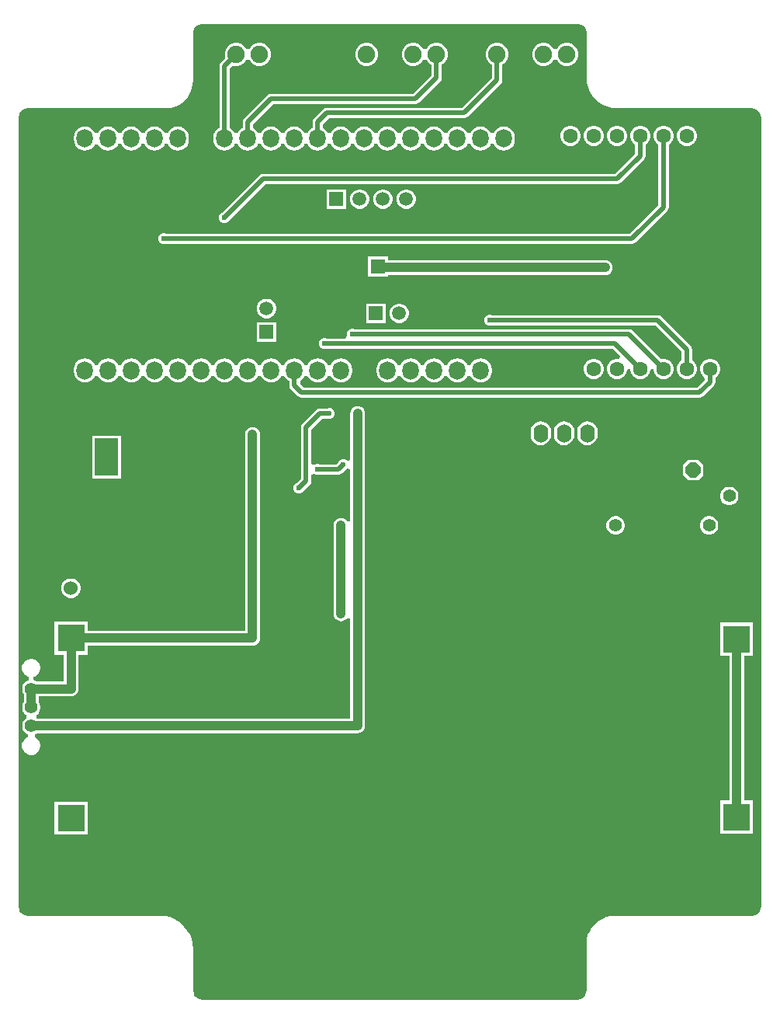
<source format=gbl>
G04*
G04 #@! TF.GenerationSoftware,Altium Limited,Altium Designer,21.9.2 (33)*
G04*
G04 Layer_Physical_Order=2*
G04 Layer_Color=16711680*
%FSTAX24Y24*%
%MOIN*%
G70*
G04*
G04 #@! TF.SameCoordinates,6E6F4FCF-DDBA-4186-BE1C-5EC4A7FB59E6*
G04*
G04*
G04 #@! TF.FilePolarity,Positive*
G04*
G01*
G75*
%ADD17C,0.0197*%
%ADD62C,0.0394*%
%ADD63C,0.0551*%
%ADD64C,0.0630*%
%ADD65C,0.0600*%
%ADD66R,0.1181X0.1181*%
%ADD67C,0.0748*%
%ADD68O,0.0709X0.0787*%
%ADD69O,0.0630X0.0787*%
%ADD70C,0.0591*%
%ADD71R,0.0591X0.0591*%
%ADD72R,0.0630X0.0630*%
%ADD73C,0.0598*%
%ADD74R,0.0598X0.0598*%
%ADD75P,0.0704X8X292.5*%
%ADD76C,0.0650*%
%ADD77R,0.1600X0.1000*%
%ADD78R,0.1000X0.1600*%
%ADD79C,0.0315*%
%ADD80C,0.0236*%
G36*
X036063Y066147D02*
X036063Y066147D01*
X03618Y066125D01*
X036238Y066101D01*
X03631Y066046D01*
X036366Y065973D01*
X03639Y065915D01*
X036412Y065798D01*
X036412Y065798D01*
X036412Y065672D01*
Y063974D01*
X036411Y063848D01*
X036427Y063644D01*
X036475Y063444D01*
X036553Y063254D01*
X036661Y063079D01*
X036794Y062923D01*
X036793Y062922D01*
X036793Y062922D01*
X036793Y062922D01*
X036887Y062843D01*
X036887Y062843D01*
X036948Y062792D01*
X03712Y062686D01*
X037306Y062609D01*
X037502Y062562D01*
X037703Y062546D01*
Y062547D01*
X037703Y062547D01*
X043513D01*
X043513Y062547D01*
X043513Y062547D01*
X043631Y062529D01*
X043713Y062495D01*
X043796Y062431D01*
X04386Y062348D01*
X043893Y062267D01*
X043912Y062148D01*
X043912Y062148D01*
X043912Y062022D01*
Y028298D01*
X043912Y028298D01*
X043912Y028298D01*
X043893Y02818D01*
X04386Y028098D01*
X043796Y028015D01*
X043713Y027952D01*
X043617Y027912D01*
X043518Y027899D01*
X043513Y0279D01*
X037784D01*
X037658Y027901D01*
X037658Y027901D01*
X037455Y027885D01*
X037257Y027837D01*
X037069Y027759D01*
X036895Y027653D01*
X036836Y027602D01*
X036741Y027521D01*
X036741Y027521D01*
X036741Y02752D01*
X036626Y027386D01*
X036534Y027235D01*
X036466Y027072D01*
X036425Y0269D01*
X036411Y026724D01*
X036412D01*
X036412Y026724D01*
Y024698D01*
X036412Y024698D01*
X036412Y024698D01*
X036393Y02458D01*
X03636Y024498D01*
X036296Y024415D01*
X036213Y024352D01*
X036117Y024312D01*
X036018Y024299D01*
X036013Y0243D01*
X019913D01*
X019913Y0243D01*
X019913Y0243D01*
X019913Y0243D01*
X019795Y024318D01*
X019713Y024352D01*
X01963Y024415D01*
X019566Y024498D01*
X019533Y02458D01*
X019514Y024698D01*
X019514Y024824D01*
Y026372D01*
X019515Y026498D01*
X019499Y026703D01*
X019451Y026903D01*
X019373Y027093D01*
X019265Y027268D01*
X019132Y027424D01*
X019132D01*
X019043Y027513D01*
X019039Y027517D01*
X019039Y027517D01*
X018883Y027651D01*
X018707Y027758D01*
X018518Y027837D01*
X018318Y027885D01*
X018113Y027901D01*
Y0279D01*
X012413D01*
X012413Y0279D01*
X012413Y0279D01*
X012413Y0279D01*
X012295Y027918D01*
X012213Y027952D01*
X01213Y028015D01*
X012066Y028098D01*
X012033Y02818D01*
X012014Y028298D01*
X012014Y028424D01*
Y062148D01*
X012014Y062148D01*
X012014Y062148D01*
X012033Y062267D01*
X012066Y062348D01*
X01213Y062431D01*
X012213Y062495D01*
X012295Y062529D01*
X012413Y062547D01*
X012539Y062547D01*
X018213D01*
X018339Y062547D01*
X018515Y062561D01*
X018687Y062602D01*
X01885Y062669D01*
X019001Y062762D01*
X019135Y062876D01*
X019135Y062876D01*
X019135Y062876D01*
X019268Y063031D01*
X019374Y063204D01*
X019452Y063393D01*
X019489Y063549D01*
X019499Y06359D01*
X019506Y063675D01*
X019525Y063793D01*
Y063846D01*
X019525Y063846D01*
X019525D01*
X019514Y063871D01*
X019514Y063888D01*
Y065695D01*
X019516Y065798D01*
X019517Y0658D01*
X019525Y065818D01*
X019544Y065933D01*
X019545Y065937D01*
X01956Y065973D01*
X019616Y066046D01*
X019688Y066101D01*
X019746Y066125D01*
X019863Y066147D01*
X019989Y066147D01*
X036063D01*
X036063Y066147D01*
D02*
G37*
%LPC*%
G36*
X035628Y065341D02*
X035498D01*
X035373Y065307D01*
X035261Y065242D01*
X035169Y065151D01*
X035133Y065087D01*
X034993D01*
X034957Y065151D01*
X034865Y065242D01*
X034753Y065307D01*
X034628Y065341D01*
X034498D01*
X034373Y065307D01*
X034261Y065242D01*
X034169Y065151D01*
X034104Y065038D01*
X034071Y064913D01*
Y064784D01*
X034104Y064658D01*
X034169Y064546D01*
X034261Y064455D01*
X034373Y06439D01*
X034498Y064356D01*
X034628D01*
X034753Y06439D01*
X034865Y064455D01*
X034957Y064546D01*
X034993Y06461D01*
X035133D01*
X035169Y064546D01*
X035261Y064455D01*
X035373Y06439D01*
X035498Y064356D01*
X035628D01*
X035753Y06439D01*
X035865Y064455D01*
X035957Y064546D01*
X036022Y064658D01*
X036055Y064784D01*
Y064913D01*
X036022Y065038D01*
X035957Y065151D01*
X035865Y065242D01*
X035753Y065307D01*
X035628Y065341D01*
D02*
G37*
G36*
X027028D02*
X026898D01*
X026773Y065307D01*
X026661Y065242D01*
X026569Y065151D01*
X026504Y065038D01*
X026471Y064913D01*
Y064784D01*
X026504Y064658D01*
X026569Y064546D01*
X026661Y064455D01*
X026773Y06439D01*
X026898Y064356D01*
X027028D01*
X027153Y06439D01*
X027265Y064455D01*
X027357Y064546D01*
X027422Y064658D01*
X027455Y064784D01*
Y064913D01*
X027422Y065038D01*
X027357Y065151D01*
X027265Y065242D01*
X027153Y065307D01*
X027028Y065341D01*
D02*
G37*
G36*
X032628D02*
X032498D01*
X032373Y065307D01*
X032261Y065242D01*
X032169Y065151D01*
X032104Y065038D01*
X032071Y064913D01*
Y064784D01*
X032104Y064658D01*
X032169Y064546D01*
X032261Y064455D01*
X032342Y064408D01*
Y06384D01*
X031072Y062569D01*
X025263D01*
X025178Y062552D01*
X025107Y062505D01*
X024698Y062096D01*
X024651Y062025D01*
X024634Y06194D01*
Y061702D01*
X024616Y061695D01*
X024518Y061619D01*
X024442Y061521D01*
X024423Y061474D01*
X024286D01*
X024267Y061521D01*
X024192Y061619D01*
X024093Y061695D01*
X023978Y061743D01*
X023855Y061759D01*
X023731Y061743D01*
X023616Y061695D01*
X023518Y061619D01*
X023442Y061521D01*
X023423Y061474D01*
X023286D01*
X023267Y061521D01*
X023192Y061619D01*
X023093Y061695D01*
X022978Y061743D01*
X022855Y061759D01*
X022731Y061743D01*
X022616Y061695D01*
X022518Y061619D01*
X022442Y061521D01*
X022423Y061474D01*
X022286D01*
X022267Y061521D01*
X022192Y061619D01*
X022093Y061695D01*
X022075Y061702D01*
Y061849D01*
X022954Y062728D01*
X029063D01*
X029147Y062744D01*
X029219Y062792D01*
X030119Y063692D01*
X030167Y063764D01*
X030184Y063848D01*
Y064408D01*
X030265Y064455D01*
X030357Y064546D01*
X030422Y064658D01*
X030455Y064784D01*
Y064913D01*
X030422Y065038D01*
X030357Y065151D01*
X030265Y065242D01*
X030153Y065307D01*
X030028Y065341D01*
X029898D01*
X029773Y065307D01*
X029661Y065242D01*
X029569Y065151D01*
X029533Y065087D01*
X029393D01*
X029357Y065151D01*
X029265Y065242D01*
X029153Y065307D01*
X029028Y065341D01*
X028898D01*
X028773Y065307D01*
X028661Y065242D01*
X028569Y065151D01*
X028504Y065038D01*
X028471Y064913D01*
Y064784D01*
X028504Y064658D01*
X028569Y064546D01*
X028661Y064455D01*
X028773Y06439D01*
X028898Y064356D01*
X029028D01*
X029153Y06439D01*
X029265Y064455D01*
X029357Y064546D01*
X029393Y06461D01*
X029533D01*
X029569Y064546D01*
X029661Y064455D01*
X029742Y064408D01*
Y06394D01*
X028972Y063169D01*
X022863D01*
X022778Y063152D01*
X022707Y063105D01*
X021698Y062096D01*
X021651Y062025D01*
X021634Y06194D01*
Y061702D01*
X021616Y061695D01*
X021518Y061619D01*
X021442Y061521D01*
X021423Y061474D01*
X021286D01*
X021267Y061521D01*
X021192Y061619D01*
X021093Y061695D01*
X021075Y061702D01*
Y064249D01*
X021207Y064381D01*
X021298Y064356D01*
X021428D01*
X021553Y06439D01*
X021665Y064455D01*
X021757Y064546D01*
X021793Y06461D01*
X021933D01*
X021969Y064546D01*
X022061Y064455D01*
X022173Y06439D01*
X022298Y064356D01*
X022428D01*
X022553Y06439D01*
X022665Y064455D01*
X022757Y064546D01*
X022822Y064658D01*
X022855Y064784D01*
Y064913D01*
X022822Y065038D01*
X022757Y065151D01*
X022665Y065242D01*
X022553Y065307D01*
X022428Y065341D01*
X022298D01*
X022173Y065307D01*
X022061Y065242D01*
X021969Y065151D01*
X021933Y065087D01*
X021793D01*
X021757Y065151D01*
X021665Y065242D01*
X021553Y065307D01*
X021428Y065341D01*
X021298D01*
X021173Y065307D01*
X021061Y065242D01*
X020969Y065151D01*
X020904Y065038D01*
X020871Y064913D01*
Y064784D01*
X020895Y064693D01*
X020698Y064496D01*
X020651Y064425D01*
X020634Y06434D01*
Y061702D01*
X020616Y061695D01*
X020518Y061619D01*
X020442Y061521D01*
X020394Y061406D01*
X020378Y061282D01*
Y061204D01*
X020394Y06108D01*
X020442Y060965D01*
X020518Y060867D01*
X020616Y060791D01*
X020731Y060743D01*
X020855Y060727D01*
X020978Y060743D01*
X021093Y060791D01*
X021192Y060867D01*
X021267Y060965D01*
X021286Y061012D01*
X021423D01*
X021442Y060965D01*
X021518Y060867D01*
X021616Y060791D01*
X021731Y060743D01*
X021855Y060727D01*
X021978Y060743D01*
X022093Y060791D01*
X022192Y060867D01*
X022267Y060965D01*
X022286Y061012D01*
X022423D01*
X022442Y060965D01*
X022518Y060867D01*
X022616Y060791D01*
X022731Y060743D01*
X022855Y060727D01*
X022978Y060743D01*
X023093Y060791D01*
X023192Y060867D01*
X023267Y060965D01*
X023286Y061012D01*
X023423D01*
X023442Y060965D01*
X023518Y060867D01*
X023616Y060791D01*
X023731Y060743D01*
X023855Y060727D01*
X023978Y060743D01*
X024093Y060791D01*
X024192Y060867D01*
X024267Y060965D01*
X024286Y061012D01*
X024423D01*
X024442Y060965D01*
X024518Y060867D01*
X024616Y060791D01*
X024731Y060743D01*
X024855Y060727D01*
X024978Y060743D01*
X025093Y060791D01*
X025192Y060867D01*
X025267Y060965D01*
X025286Y061012D01*
X025423D01*
X025442Y060965D01*
X025518Y060867D01*
X025616Y060791D01*
X025731Y060743D01*
X025855Y060727D01*
X025978Y060743D01*
X026093Y060791D01*
X026192Y060867D01*
X026267Y060965D01*
X026286Y061012D01*
X026423D01*
X026442Y060965D01*
X026518Y060867D01*
X026616Y060791D01*
X026731Y060743D01*
X026855Y060727D01*
X026978Y060743D01*
X027093Y060791D01*
X027192Y060867D01*
X027267Y060965D01*
X027286Y061012D01*
X027423D01*
X027442Y060965D01*
X027518Y060867D01*
X027616Y060791D01*
X027731Y060743D01*
X027855Y060727D01*
X027978Y060743D01*
X028093Y060791D01*
X028192Y060867D01*
X028267Y060965D01*
X028286Y061012D01*
X028423D01*
X028442Y060965D01*
X028518Y060867D01*
X028616Y060791D01*
X028731Y060743D01*
X028855Y060727D01*
X028978Y060743D01*
X029093Y060791D01*
X029192Y060867D01*
X029267Y060965D01*
X029286Y061012D01*
X029423D01*
X029442Y060965D01*
X029518Y060867D01*
X029616Y060791D01*
X029731Y060743D01*
X029855Y060727D01*
X029978Y060743D01*
X030093Y060791D01*
X030192Y060867D01*
X030267Y060965D01*
X030286Y061012D01*
X030423D01*
X030442Y060965D01*
X030518Y060867D01*
X030616Y060791D01*
X030731Y060743D01*
X030855Y060727D01*
X030978Y060743D01*
X031093Y060791D01*
X031192Y060867D01*
X031267Y060965D01*
X031286Y061012D01*
X031423D01*
X031442Y060965D01*
X031518Y060867D01*
X031616Y060791D01*
X031731Y060743D01*
X031855Y060727D01*
X031978Y060743D01*
X032093Y060791D01*
X032192Y060867D01*
X032267Y060965D01*
X032286Y061012D01*
X032423D01*
X032442Y060965D01*
X032518Y060867D01*
X032616Y060791D01*
X032731Y060743D01*
X032855Y060727D01*
X032978Y060743D01*
X033093Y060791D01*
X033192Y060867D01*
X033267Y060965D01*
X033315Y06108D01*
X033331Y061204D01*
Y061282D01*
X033315Y061406D01*
X033267Y061521D01*
X033192Y061619D01*
X033093Y061695D01*
X032978Y061743D01*
X032855Y061759D01*
X032731Y061743D01*
X032616Y061695D01*
X032518Y061619D01*
X032442Y061521D01*
X032423Y061474D01*
X032286D01*
X032267Y061521D01*
X032192Y061619D01*
X032093Y061695D01*
X031978Y061743D01*
X031855Y061759D01*
X031731Y061743D01*
X031616Y061695D01*
X031518Y061619D01*
X031442Y061521D01*
X031423Y061474D01*
X031286D01*
X031267Y061521D01*
X031192Y061619D01*
X031093Y061695D01*
X030978Y061743D01*
X030855Y061759D01*
X030731Y061743D01*
X030616Y061695D01*
X030518Y061619D01*
X030442Y061521D01*
X030423Y061474D01*
X030286D01*
X030267Y061521D01*
X030192Y061619D01*
X030093Y061695D01*
X029978Y061743D01*
X029855Y061759D01*
X029731Y061743D01*
X029616Y061695D01*
X029518Y061619D01*
X029442Y061521D01*
X029423Y061474D01*
X029286D01*
X029267Y061521D01*
X029192Y061619D01*
X029093Y061695D01*
X028978Y061743D01*
X028855Y061759D01*
X028731Y061743D01*
X028616Y061695D01*
X028518Y061619D01*
X028442Y061521D01*
X028423Y061474D01*
X028286D01*
X028267Y061521D01*
X028192Y061619D01*
X028093Y061695D01*
X027978Y061743D01*
X027855Y061759D01*
X027731Y061743D01*
X027616Y061695D01*
X027518Y061619D01*
X027442Y061521D01*
X027423Y061474D01*
X027286D01*
X027267Y061521D01*
X027192Y061619D01*
X027093Y061695D01*
X026978Y061743D01*
X026855Y061759D01*
X026731Y061743D01*
X026616Y061695D01*
X026518Y061619D01*
X026442Y061521D01*
X026423Y061474D01*
X026286D01*
X026267Y061521D01*
X026192Y061619D01*
X026093Y061695D01*
X025978Y061743D01*
X025855Y061759D01*
X025731Y061743D01*
X025616Y061695D01*
X025518Y061619D01*
X025442Y061521D01*
X025423Y061474D01*
X025286D01*
X025267Y061521D01*
X025192Y061619D01*
X025093Y061695D01*
X025075Y061702D01*
Y061849D01*
X025354Y062128D01*
X031163D01*
X031247Y062144D01*
X031319Y062192D01*
X032719Y063592D01*
X032767Y063664D01*
X032784Y063748D01*
Y064408D01*
X032865Y064455D01*
X032957Y064546D01*
X033022Y064658D01*
X033055Y064784D01*
Y064913D01*
X033022Y065038D01*
X032957Y065151D01*
X032865Y065242D01*
X032753Y065307D01*
X032628Y065341D01*
D02*
G37*
G36*
X018855Y061759D02*
X018731Y061743D01*
X018616Y061695D01*
X018518Y061619D01*
X018442Y061521D01*
X018423Y061474D01*
X018286D01*
X018267Y061521D01*
X018192Y061619D01*
X018093Y061695D01*
X017978Y061743D01*
X017855Y061759D01*
X017731Y061743D01*
X017616Y061695D01*
X017518Y061619D01*
X017442Y061521D01*
X017423Y061474D01*
X017286D01*
X017267Y061521D01*
X017192Y061619D01*
X017093Y061695D01*
X016978Y061743D01*
X016855Y061759D01*
X016731Y061743D01*
X016616Y061695D01*
X016518Y061619D01*
X016442Y061521D01*
X016423Y061474D01*
X016286D01*
X016267Y061521D01*
X016192Y061619D01*
X016093Y061695D01*
X015978Y061743D01*
X015855Y061759D01*
X015731Y061743D01*
X015616Y061695D01*
X015518Y061619D01*
X015442Y061521D01*
X015427Y061484D01*
X01529D01*
X015275Y061521D01*
X015199Y061619D01*
X015101Y061695D01*
X014986Y061743D01*
X014862Y061759D01*
X014739Y061743D01*
X014624Y061695D01*
X014526Y061619D01*
X01445Y061521D01*
X014402Y061406D01*
X014386Y061282D01*
Y061204D01*
X014402Y06108D01*
X01445Y060965D01*
X014526Y060867D01*
X014624Y060791D01*
X014739Y060743D01*
X014862Y060727D01*
X014986Y060743D01*
X015101Y060791D01*
X015199Y060867D01*
X015275Y060965D01*
X01529Y061002D01*
X015427D01*
X015442Y060965D01*
X015518Y060867D01*
X015616Y060791D01*
X015731Y060743D01*
X015855Y060727D01*
X015978Y060743D01*
X016093Y060791D01*
X016192Y060867D01*
X016267Y060965D01*
X016286Y061012D01*
X016423D01*
X016442Y060965D01*
X016518Y060867D01*
X016616Y060791D01*
X016731Y060743D01*
X016855Y060727D01*
X016978Y060743D01*
X017093Y060791D01*
X017192Y060867D01*
X017267Y060965D01*
X017286Y061012D01*
X017423D01*
X017442Y060965D01*
X017518Y060867D01*
X017616Y060791D01*
X017731Y060743D01*
X017855Y060727D01*
X017978Y060743D01*
X018093Y060791D01*
X018192Y060867D01*
X018267Y060965D01*
X018286Y061012D01*
X018423D01*
X018442Y060965D01*
X018518Y060867D01*
X018616Y060791D01*
X018731Y060743D01*
X018855Y060727D01*
X018978Y060743D01*
X019093Y060791D01*
X019192Y060867D01*
X019267Y060965D01*
X019315Y06108D01*
X019331Y061204D01*
Y061282D01*
X019315Y061406D01*
X019267Y061521D01*
X019192Y061619D01*
X019093Y061695D01*
X018978Y061743D01*
X018855Y061759D01*
D02*
G37*
G36*
X040774Y061795D02*
X04066D01*
X04055Y061765D01*
X040451Y061708D01*
X04037Y061628D01*
X040313Y061529D01*
X040284Y061419D01*
Y061305D01*
X040313Y061195D01*
X04037Y061096D01*
X040451Y061015D01*
X04055Y060958D01*
X04066Y060929D01*
X040774D01*
X040884Y060958D01*
X040983Y061015D01*
X041063Y061096D01*
X04112Y061195D01*
X04115Y061305D01*
Y061419D01*
X04112Y061529D01*
X041063Y061628D01*
X040983Y061708D01*
X040884Y061765D01*
X040774Y061795D01*
D02*
G37*
G36*
X037774D02*
X03766D01*
X03755Y061765D01*
X037451Y061708D01*
X03737Y061628D01*
X037313Y061529D01*
X037284Y061419D01*
Y061305D01*
X037313Y061195D01*
X03737Y061096D01*
X037451Y061015D01*
X03755Y060958D01*
X03766Y060929D01*
X037774D01*
X037884Y060958D01*
X037983Y061015D01*
X038063Y061096D01*
X03812Y061195D01*
X03815Y061305D01*
Y061419D01*
X03812Y061529D01*
X038063Y061628D01*
X037983Y061708D01*
X037884Y061765D01*
X037774Y061795D01*
D02*
G37*
G36*
X036774D02*
X03666D01*
X03655Y061765D01*
X036451Y061708D01*
X03637Y061628D01*
X036313Y061529D01*
X036284Y061419D01*
Y061305D01*
X036313Y061195D01*
X03637Y061096D01*
X036451Y061015D01*
X03655Y060958D01*
X03666Y060929D01*
X036774D01*
X036884Y060958D01*
X036983Y061015D01*
X037063Y061096D01*
X03712Y061195D01*
X03715Y061305D01*
Y061419D01*
X03712Y061529D01*
X037063Y061628D01*
X036983Y061708D01*
X036884Y061765D01*
X036774Y061795D01*
D02*
G37*
G36*
X035774D02*
X03566D01*
X03555Y061765D01*
X035451Y061708D01*
X03537Y061628D01*
X035313Y061529D01*
X035284Y061419D01*
Y061305D01*
X035313Y061195D01*
X03537Y061096D01*
X035451Y061015D01*
X03555Y060958D01*
X03566Y060929D01*
X035774D01*
X035884Y060958D01*
X035983Y061015D01*
X036063Y061096D01*
X03612Y061195D01*
X03615Y061305D01*
Y061419D01*
X03612Y061529D01*
X036063Y061628D01*
X035983Y061708D01*
X035884Y061765D01*
X035774Y061795D01*
D02*
G37*
G36*
X028717Y059062D02*
X028609D01*
X028503Y059034D01*
X028409Y058979D01*
X028332Y058902D01*
X028278Y058808D01*
X02825Y058703D01*
Y058594D01*
X028278Y058489D01*
X028332Y058395D01*
X028409Y058318D01*
X028503Y058263D01*
X028609Y058235D01*
X028717D01*
X028823Y058263D01*
X028917Y058318D01*
X028994Y058395D01*
X029048Y058489D01*
X029076Y058594D01*
Y058703D01*
X029048Y058808D01*
X028994Y058902D01*
X028917Y058979D01*
X028823Y059034D01*
X028717Y059062D01*
D02*
G37*
G36*
X027717D02*
X027609D01*
X027503Y059034D01*
X027409Y058979D01*
X027332Y058902D01*
X027278Y058808D01*
X02725Y058703D01*
Y058594D01*
X027278Y058489D01*
X027332Y058395D01*
X027409Y058318D01*
X027503Y058263D01*
X027609Y058235D01*
X027717D01*
X027823Y058263D01*
X027917Y058318D01*
X027994Y058395D01*
X028048Y058489D01*
X028076Y058594D01*
Y058703D01*
X028048Y058808D01*
X027994Y058902D01*
X027917Y058979D01*
X027823Y059034D01*
X027717Y059062D01*
D02*
G37*
G36*
X026717D02*
X026609D01*
X026503Y059034D01*
X026409Y058979D01*
X026332Y058902D01*
X026278Y058808D01*
X02625Y058703D01*
Y058594D01*
X026278Y058489D01*
X026332Y058395D01*
X026409Y058318D01*
X026503Y058263D01*
X026609Y058235D01*
X026717D01*
X026823Y058263D01*
X026917Y058318D01*
X026994Y058395D01*
X027048Y058489D01*
X027076Y058594D01*
Y058703D01*
X027048Y058808D01*
X026994Y058902D01*
X026917Y058979D01*
X026823Y059034D01*
X026717Y059062D01*
D02*
G37*
G36*
X026076D02*
X02525D01*
Y058235D01*
X026076D01*
Y059062D01*
D02*
G37*
G36*
X038774Y061795D02*
X03866D01*
X03855Y061765D01*
X038451Y061708D01*
X03837Y061628D01*
X038313Y061529D01*
X038284Y061419D01*
Y061305D01*
X038313Y061195D01*
X03837Y061096D01*
X038451Y061015D01*
X038496Y060989D01*
Y060594D01*
X037637Y059734D01*
X022528D01*
X022444Y059718D01*
X022372Y05967D01*
X020766Y058064D01*
X020729Y058049D01*
X020663Y057982D01*
X020627Y057895D01*
Y057801D01*
X020663Y057715D01*
X020729Y057648D01*
X020816Y057612D01*
X02091D01*
X020997Y057648D01*
X021063Y057715D01*
X021079Y057752D01*
X02262Y059293D01*
X037728D01*
X037813Y05931D01*
X037884Y059358D01*
X038873Y060346D01*
X038921Y060418D01*
X038938Y060502D01*
Y060989D01*
X038983Y061015D01*
X039063Y061096D01*
X03912Y061195D01*
X03915Y061305D01*
Y061419D01*
X03912Y061529D01*
X039063Y061628D01*
X038983Y061708D01*
X038884Y061765D01*
X038774Y061795D01*
D02*
G37*
G36*
X039774D02*
X03966D01*
X03955Y061765D01*
X039451Y061708D01*
X03937Y061628D01*
X039313Y061529D01*
X039284Y061419D01*
Y061305D01*
X039313Y061195D01*
X03937Y061096D01*
X039451Y061015D01*
X039496Y060989D01*
Y058394D01*
X038272Y057169D01*
X018347D01*
X01831Y057185D01*
X018216D01*
X018129Y057149D01*
X018063Y057082D01*
X018027Y056995D01*
Y056901D01*
X018063Y056815D01*
X018129Y056748D01*
X018216Y056712D01*
X01831D01*
X018347Y056728D01*
X038363D01*
X038447Y056744D01*
X038519Y056792D01*
X039873Y058146D01*
X039921Y058218D01*
X039938Y058302D01*
Y060989D01*
X039983Y061015D01*
X040063Y061096D01*
X04012Y061195D01*
X04015Y061305D01*
Y061419D01*
X04012Y061529D01*
X040063Y061628D01*
X039983Y061708D01*
X039884Y061765D01*
X039774Y061795D01*
D02*
G37*
G36*
X027896Y056182D02*
X02703D01*
Y055315D01*
X027896D01*
Y055386D01*
X037209D01*
X037291Y055396D01*
X037368Y055428D01*
X037433Y055479D01*
X037484Y055544D01*
X037516Y055621D01*
X037526Y055703D01*
X037516Y055786D01*
X037484Y055862D01*
X037433Y055928D01*
X037368Y055978D01*
X037291Y05601D01*
X037209Y056021D01*
X027896D01*
Y056182D01*
D02*
G37*
G36*
X022718Y054366D02*
X022608D01*
X022502Y054337D01*
X022407Y054282D01*
X022329Y054205D01*
X022274Y05411D01*
X022246Y054003D01*
Y053893D01*
X022274Y053787D01*
X022329Y053692D01*
X022407Y053614D01*
X022502Y05356D01*
X022608Y053531D01*
X022718D01*
X022824Y05356D01*
X022919Y053614D01*
X022997Y053692D01*
X023052Y053787D01*
X02308Y053893D01*
Y054003D01*
X023052Y05411D01*
X022997Y054205D01*
X022919Y054282D01*
X022824Y054337D01*
X022718Y054366D01*
D02*
G37*
G36*
X028417Y054162D02*
X028309D01*
X028203Y054134D01*
X028109Y054079D01*
X028032Y054002D01*
X027978Y053908D01*
X02795Y053803D01*
Y053694D01*
X027978Y053589D01*
X028032Y053495D01*
X028109Y053418D01*
X028203Y053363D01*
X028309Y053335D01*
X028417D01*
X028523Y053363D01*
X028617Y053418D01*
X028694Y053495D01*
X028748Y053589D01*
X028776Y053694D01*
Y053803D01*
X028748Y053908D01*
X028694Y054002D01*
X028617Y054079D01*
X028523Y054134D01*
X028417Y054162D01*
D02*
G37*
G36*
X027776D02*
X02695D01*
Y053335D01*
X027776D01*
Y054162D01*
D02*
G37*
G36*
X02641Y053085D02*
X026316D01*
X026229Y053049D01*
X026163Y052982D01*
X026127Y052895D01*
Y052801D01*
X026129Y052795D01*
X026045Y052669D01*
X025247D01*
X02521Y052685D01*
X025116D01*
X025029Y052649D01*
X024963Y052582D01*
X024927Y052495D01*
Y052401D01*
X024963Y052315D01*
X025029Y052248D01*
X025116Y052212D01*
X02521D01*
X025247Y052228D01*
X037539D01*
X037866Y051901D01*
X0378Y051788D01*
X037774Y051795D01*
X03766D01*
X03755Y051765D01*
X037451Y051708D01*
X03737Y051628D01*
X037313Y051529D01*
X037284Y051419D01*
Y051305D01*
X037313Y051195D01*
X03737Y051096D01*
X037451Y051015D01*
X03755Y050958D01*
X03766Y050929D01*
X037774D01*
X037884Y050958D01*
X037983Y051015D01*
X038063Y051096D01*
X03812Y051195D01*
X03815Y051305D01*
Y051326D01*
X038276Y051388D01*
X038284Y051381D01*
Y051305D01*
X038313Y051195D01*
X03837Y051096D01*
X038451Y051015D01*
X03855Y050958D01*
X03866Y050929D01*
X038774D01*
X038884Y050958D01*
X038983Y051015D01*
X039063Y051096D01*
X03912Y051195D01*
X03915Y051305D01*
Y051326D01*
X039276Y051388D01*
X039284Y051381D01*
Y051305D01*
X039313Y051195D01*
X03937Y051096D01*
X039451Y051015D01*
X03955Y050958D01*
X03966Y050929D01*
X039774D01*
X039884Y050958D01*
X039983Y051015D01*
X040063Y051096D01*
X04012Y051195D01*
X04015Y051305D01*
Y051419D01*
X04012Y051529D01*
X040063Y051628D01*
X039983Y051708D01*
X039884Y051765D01*
X039774Y051795D01*
X03966D01*
X039609Y051781D01*
X038386Y053005D01*
X038315Y053052D01*
X03823Y053069D01*
X026447D01*
X02641Y053085D01*
D02*
G37*
G36*
X02308Y053366D02*
X022246D01*
Y052531D01*
X02308D01*
Y053366D01*
D02*
G37*
G36*
X031862Y051814D02*
X031739Y051798D01*
X031624Y05175D01*
X031526Y051674D01*
X03145Y051576D01*
X031431Y051529D01*
X031294D01*
X031275Y051576D01*
X031199Y051674D01*
X031101Y05175D01*
X030986Y051798D01*
X030862Y051814D01*
X030739Y051798D01*
X030624Y05175D01*
X030526Y051674D01*
X03045Y051576D01*
X030431Y051529D01*
X030294D01*
X030275Y051576D01*
X030199Y051674D01*
X030101Y05175D01*
X029986Y051798D01*
X029862Y051814D01*
X029739Y051798D01*
X029624Y05175D01*
X029526Y051674D01*
X02945Y051576D01*
X029431Y051529D01*
X029294D01*
X029275Y051576D01*
X029199Y051674D01*
X029101Y05175D01*
X028986Y051798D01*
X028862Y051814D01*
X028739Y051798D01*
X028624Y05175D01*
X028526Y051674D01*
X02845Y051576D01*
X028431Y051529D01*
X028294D01*
X028275Y051576D01*
X028199Y051674D01*
X028101Y05175D01*
X027986Y051798D01*
X027862Y051814D01*
X027739Y051798D01*
X027624Y05175D01*
X027526Y051674D01*
X02745Y051576D01*
X027402Y051461D01*
X027386Y051337D01*
Y051259D01*
X027402Y051135D01*
X02745Y05102D01*
X027526Y050922D01*
X027624Y050846D01*
X027739Y050798D01*
X027862Y050782D01*
X027986Y050798D01*
X028101Y050846D01*
X028199Y050922D01*
X028275Y05102D01*
X028294Y051067D01*
X028431D01*
X02845Y05102D01*
X028526Y050922D01*
X028624Y050846D01*
X028739Y050798D01*
X028862Y050782D01*
X028986Y050798D01*
X029101Y050846D01*
X029199Y050922D01*
X029275Y05102D01*
X029294Y051067D01*
X029431D01*
X02945Y05102D01*
X029526Y050922D01*
X029624Y050846D01*
X029739Y050798D01*
X029862Y050782D01*
X029986Y050798D01*
X030101Y050846D01*
X030199Y050922D01*
X030275Y05102D01*
X030294Y051067D01*
X030431D01*
X03045Y05102D01*
X030526Y050922D01*
X030624Y050846D01*
X030739Y050798D01*
X030862Y050782D01*
X030986Y050798D01*
X031101Y050846D01*
X031199Y050922D01*
X031275Y05102D01*
X031294Y051067D01*
X031431D01*
X03145Y05102D01*
X031526Y050922D01*
X031624Y050846D01*
X031739Y050798D01*
X031862Y050782D01*
X031986Y050798D01*
X032101Y050846D01*
X032199Y050922D01*
X032275Y05102D01*
X032323Y051135D01*
X032339Y051259D01*
Y051337D01*
X032323Y051461D01*
X032275Y051576D01*
X032199Y051674D01*
X032101Y05175D01*
X031986Y051798D01*
X031862Y051814D01*
D02*
G37*
G36*
X025862D02*
X025739Y051798D01*
X025624Y05175D01*
X025526Y051674D01*
X02545Y051576D01*
X025431Y051529D01*
X025294D01*
X025275Y051576D01*
X025199Y051674D01*
X025101Y05175D01*
X024986Y051798D01*
X024862Y051814D01*
X024739Y051798D01*
X024624Y05175D01*
X024526Y051674D01*
X02445Y051576D01*
X024431Y051529D01*
X024294D01*
X024275Y051576D01*
X024199Y051674D01*
X024101Y05175D01*
X023986Y051798D01*
X023862Y051814D01*
X023739Y051798D01*
X023624Y05175D01*
X023526Y051674D01*
X02345Y051576D01*
X023431Y051529D01*
X023294D01*
X023275Y051576D01*
X023199Y051674D01*
X023101Y05175D01*
X022986Y051798D01*
X022862Y051814D01*
X022739Y051798D01*
X022624Y05175D01*
X022526Y051674D01*
X02245Y051576D01*
X022431Y051529D01*
X022294D01*
X022275Y051576D01*
X022199Y051674D01*
X022101Y05175D01*
X021986Y051798D01*
X021862Y051814D01*
X021739Y051798D01*
X021624Y05175D01*
X021526Y051674D01*
X02145Y051576D01*
X021431Y051529D01*
X021294D01*
X021275Y051576D01*
X021199Y051674D01*
X021101Y05175D01*
X020986Y051798D01*
X020862Y051814D01*
X020739Y051798D01*
X020624Y05175D01*
X020526Y051674D01*
X02045Y051576D01*
X020431Y051529D01*
X020294D01*
X020275Y051576D01*
X020199Y051674D01*
X020101Y05175D01*
X019986Y051798D01*
X019862Y051814D01*
X019739Y051798D01*
X019624Y05175D01*
X019526Y051674D01*
X01945Y051576D01*
X019431Y051529D01*
X019294D01*
X019275Y051576D01*
X019199Y051674D01*
X019101Y05175D01*
X018986Y051798D01*
X018862Y051814D01*
X018739Y051798D01*
X018624Y05175D01*
X018526Y051674D01*
X01845Y051576D01*
X018431Y051529D01*
X018294D01*
X018275Y051576D01*
X018199Y051674D01*
X018101Y05175D01*
X017986Y051798D01*
X017862Y051814D01*
X017739Y051798D01*
X017624Y05175D01*
X017526Y051674D01*
X01745Y051576D01*
X017431Y051529D01*
X017294D01*
X017275Y051576D01*
X017199Y051674D01*
X017101Y05175D01*
X016986Y051798D01*
X016862Y051814D01*
X016739Y051798D01*
X016624Y05175D01*
X016526Y051674D01*
X01645Y051576D01*
X016431Y051529D01*
X016294D01*
X016275Y051576D01*
X016199Y051674D01*
X016101Y05175D01*
X015986Y051798D01*
X015862Y051814D01*
X015739Y051798D01*
X015624Y05175D01*
X015526Y051674D01*
X01545Y051576D01*
X015431Y051529D01*
X015294D01*
X015275Y051576D01*
X015199Y051674D01*
X015101Y05175D01*
X014986Y051798D01*
X014862Y051814D01*
X014739Y051798D01*
X014624Y05175D01*
X014526Y051674D01*
X01445Y051576D01*
X014402Y051461D01*
X014386Y051337D01*
Y051259D01*
X014402Y051135D01*
X01445Y05102D01*
X014526Y050922D01*
X014624Y050846D01*
X014739Y050798D01*
X014862Y050782D01*
X014986Y050798D01*
X015101Y050846D01*
X015199Y050922D01*
X015275Y05102D01*
X015294Y051067D01*
X015431D01*
X01545Y05102D01*
X015526Y050922D01*
X015624Y050846D01*
X015739Y050798D01*
X015862Y050782D01*
X015986Y050798D01*
X016101Y050846D01*
X016199Y050922D01*
X016275Y05102D01*
X016294Y051067D01*
X016431D01*
X01645Y05102D01*
X016526Y050922D01*
X016624Y050846D01*
X016739Y050798D01*
X016862Y050782D01*
X016986Y050798D01*
X017101Y050846D01*
X017199Y050922D01*
X017275Y05102D01*
X017294Y051067D01*
X017431D01*
X01745Y05102D01*
X017526Y050922D01*
X017624Y050846D01*
X017739Y050798D01*
X017862Y050782D01*
X017986Y050798D01*
X018101Y050846D01*
X018199Y050922D01*
X018275Y05102D01*
X018294Y051067D01*
X018431D01*
X01845Y05102D01*
X018526Y050922D01*
X018624Y050846D01*
X018739Y050798D01*
X018862Y050782D01*
X018986Y050798D01*
X019101Y050846D01*
X019199Y050922D01*
X019275Y05102D01*
X019294Y051067D01*
X019431D01*
X01945Y05102D01*
X019526Y050922D01*
X019624Y050846D01*
X019739Y050798D01*
X019862Y050782D01*
X019986Y050798D01*
X020101Y050846D01*
X020199Y050922D01*
X020275Y05102D01*
X020294Y051067D01*
X020431D01*
X02045Y05102D01*
X020526Y050922D01*
X020624Y050846D01*
X020739Y050798D01*
X020862Y050782D01*
X020986Y050798D01*
X021101Y050846D01*
X021199Y050922D01*
X021275Y05102D01*
X021294Y051067D01*
X021431D01*
X02145Y05102D01*
X021526Y050922D01*
X021624Y050846D01*
X021739Y050798D01*
X021862Y050782D01*
X021986Y050798D01*
X022101Y050846D01*
X022199Y050922D01*
X022275Y05102D01*
X022294Y051067D01*
X022431D01*
X02245Y05102D01*
X022526Y050922D01*
X022624Y050846D01*
X022739Y050798D01*
X022862Y050782D01*
X022986Y050798D01*
X023101Y050846D01*
X023199Y050922D01*
X023275Y05102D01*
X023294Y051067D01*
X023431D01*
X02345Y05102D01*
X023526Y050922D01*
X023624Y050846D01*
X023642Y050839D01*
Y050649D01*
X023658Y050564D01*
X023706Y050493D01*
X024007Y050192D01*
X024079Y050144D01*
X024163Y050128D01*
X041263D01*
X041347Y050144D01*
X041419Y050192D01*
X041873Y050646D01*
X041921Y050718D01*
X041938Y050802D01*
Y050989D01*
X041983Y051015D01*
X042063Y051096D01*
X04212Y051195D01*
X04215Y051305D01*
Y051419D01*
X04212Y051529D01*
X042063Y051628D01*
X041983Y051708D01*
X041884Y051765D01*
X041774Y051795D01*
X04166D01*
X04155Y051765D01*
X041451Y051708D01*
X04137Y051628D01*
X041313Y051529D01*
X041284Y051419D01*
Y051305D01*
X041313Y051195D01*
X04137Y051096D01*
X041451Y051015D01*
X041465Y051007D01*
X041477Y050874D01*
X041172Y050569D01*
X024254D01*
X024101Y050722D01*
X024101Y050749D01*
X024112Y050855D01*
X024199Y050922D01*
X024275Y05102D01*
X024294Y051067D01*
X024431D01*
X02445Y05102D01*
X024526Y050922D01*
X024624Y050846D01*
X024739Y050798D01*
X024862Y050782D01*
X024986Y050798D01*
X025101Y050846D01*
X025199Y050922D01*
X025275Y05102D01*
X025294Y051067D01*
X025431D01*
X02545Y05102D01*
X025526Y050922D01*
X025624Y050846D01*
X025739Y050798D01*
X025862Y050782D01*
X025986Y050798D01*
X026101Y050846D01*
X026199Y050922D01*
X026275Y05102D01*
X026323Y051135D01*
X026339Y051259D01*
Y051337D01*
X026323Y051461D01*
X026275Y051576D01*
X026199Y051674D01*
X026101Y05175D01*
X025986Y051798D01*
X025862Y051814D01*
D02*
G37*
G36*
X03231Y053685D02*
X032216D01*
X032129Y053649D01*
X032063Y053582D01*
X032027Y053495D01*
Y053401D01*
X032063Y053315D01*
X032129Y053248D01*
X032216Y053212D01*
X03231D01*
X032347Y053228D01*
X039372D01*
X040496Y052103D01*
Y051734D01*
X040451Y051708D01*
X04037Y051628D01*
X040313Y051529D01*
X040284Y051419D01*
Y051305D01*
X040313Y051195D01*
X04037Y051096D01*
X040451Y051015D01*
X04055Y050958D01*
X04066Y050929D01*
X040774D01*
X040884Y050958D01*
X040983Y051015D01*
X041063Y051096D01*
X04112Y051195D01*
X04115Y051305D01*
Y051419D01*
X04112Y051529D01*
X041063Y051628D01*
X040983Y051708D01*
X040938Y051734D01*
Y052195D01*
X040921Y052279D01*
X040873Y052351D01*
X039619Y053605D01*
X039547Y053652D01*
X039463Y053669D01*
X032347D01*
X03231Y053685D01*
D02*
G37*
G36*
X036774Y051795D02*
X03666D01*
X03655Y051765D01*
X036451Y051708D01*
X03637Y051628D01*
X036313Y051529D01*
X036284Y051419D01*
Y051305D01*
X036313Y051195D01*
X03637Y051096D01*
X036451Y051015D01*
X03655Y050958D01*
X03666Y050929D01*
X036774D01*
X036884Y050958D01*
X036983Y051015D01*
X037063Y051096D01*
X03712Y051195D01*
X03715Y051305D01*
Y051419D01*
X03712Y051529D01*
X037063Y051628D01*
X036983Y051708D01*
X036884Y051765D01*
X036774Y051795D01*
D02*
G37*
G36*
X02658Y049769D02*
X026498Y049758D01*
X026422Y049726D01*
X026356Y049676D01*
X026305Y04961D01*
X026274Y049533D01*
X026263Y049451D01*
Y047447D01*
X026259Y047445D01*
X026137Y047409D01*
X026097Y047449D01*
X02601Y047485D01*
X025916D01*
X025829Y047449D01*
X025763Y047382D01*
X025747Y047345D01*
X025672Y047269D01*
X024947D01*
X02491Y047285D01*
X024816D01*
X024729Y047249D01*
X02471Y047229D01*
X024584Y047281D01*
Y048757D01*
X025054Y049228D01*
X025279D01*
X025316Y049212D01*
X02541D01*
X025497Y049248D01*
X025563Y049315D01*
X025599Y049401D01*
Y049495D01*
X025563Y049582D01*
X025497Y049649D01*
X02541Y049685D01*
X025316D01*
X025279Y049669D01*
X024963D01*
X024878Y049652D01*
X024807Y049605D01*
X024207Y049005D01*
X024159Y048933D01*
X024142Y048848D01*
Y04664D01*
X023966Y046464D01*
X023929Y046449D01*
X023863Y046382D01*
X023827Y046295D01*
Y046201D01*
X023863Y046115D01*
X023929Y046048D01*
X024016Y046012D01*
X02411D01*
X024197Y046048D01*
X024263Y046115D01*
X024279Y046152D01*
X024519Y046392D01*
X024567Y046464D01*
X024584Y046548D01*
Y046815D01*
X02471Y046868D01*
X024729Y046848D01*
X024816Y046812D01*
X02491D01*
X024947Y046828D01*
X025763D01*
X025847Y046844D01*
X025919Y046892D01*
X02606Y047033D01*
X026097Y047048D01*
X026137Y047088D01*
X026259Y047052D01*
X026263Y04705D01*
Y044835D01*
X026142Y044808D01*
X026137Y044809D01*
X026088Y044873D01*
X026022Y044924D01*
X025945Y044955D01*
X025863Y044966D01*
X025781Y044955D01*
X025704Y044924D01*
X025638Y044873D01*
X025588Y044807D01*
X025556Y044731D01*
X025545Y044648D01*
Y040848D01*
X025556Y040766D01*
X025588Y04069D01*
X025638Y040624D01*
X025704Y040573D01*
X025781Y040542D01*
X025863Y040531D01*
X025945Y040542D01*
X026022Y040573D01*
X026088Y040624D01*
X026137Y040688D01*
X026142Y040689D01*
X026263Y040661D01*
Y036366D01*
X0128D01*
X012789Y036372D01*
Y036518D01*
X012805Y036527D01*
X012878Y0366D01*
X01293Y03669D01*
X012957Y03679D01*
Y036894D01*
X01293Y036994D01*
X012881Y037079D01*
Y037317D01*
X014272D01*
X014354Y037328D01*
X014431Y03736D01*
X014496Y03741D01*
X014547Y037476D01*
X014579Y037553D01*
X014589Y037635D01*
Y039098D01*
X01498D01*
Y039489D01*
X022063D01*
X022145Y0395D01*
X022222Y039532D01*
X022288Y039582D01*
X022338Y039648D01*
X02237Y039724D01*
X022381Y039807D01*
Y048548D01*
X02237Y048631D01*
X022338Y048707D01*
X022288Y048773D01*
X022222Y048824D01*
X022145Y048855D01*
X022063Y048866D01*
X021981Y048855D01*
X021904Y048824D01*
X021838Y048773D01*
X021788Y048707D01*
X021756Y048631D01*
X021745Y048548D01*
Y040124D01*
X01498D01*
Y040515D01*
X013563D01*
Y039098D01*
X013954D01*
Y037953D01*
X0128D01*
X012715Y038002D01*
X012663Y038016D01*
Y038146D01*
X012707Y038158D01*
X012797Y03821D01*
X01287Y038283D01*
X012922Y038373D01*
X012949Y038473D01*
Y038577D01*
X012922Y038677D01*
X01287Y038767D01*
X012797Y03884D01*
X012707Y038892D01*
X012607Y038919D01*
X012503D01*
X012403Y038892D01*
X012313Y03884D01*
X01224Y038767D01*
X012188Y038677D01*
X012161Y038577D01*
Y038473D01*
X012188Y038373D01*
X01224Y038283D01*
X012313Y03821D01*
X012403Y038158D01*
X012455Y038144D01*
Y038014D01*
X012411Y038002D01*
X012321Y03795D01*
X012248Y037877D01*
X012196Y037787D01*
X012169Y037687D01*
Y037583D01*
X012196Y037483D01*
X012245Y037398D01*
Y037079D01*
X012196Y036994D01*
X012169Y036894D01*
Y03679D01*
X012196Y03669D01*
X012248Y0366D01*
X012321Y036527D01*
X012337Y036518D01*
Y036372D01*
X012321Y036363D01*
X012248Y03629D01*
X012196Y0362D01*
X012169Y0361D01*
Y035997D01*
X012196Y035896D01*
X012248Y035807D01*
X012321Y035733D01*
X012402Y035687D01*
X012409Y035646D01*
X012405Y035581D01*
X012399Y035554D01*
X012313Y035505D01*
X01224Y035432D01*
X012188Y035342D01*
X012161Y035242D01*
Y035138D01*
X012188Y035038D01*
X01224Y034948D01*
X012313Y034875D01*
X012403Y034823D01*
X012503Y034796D01*
X012607D01*
X012707Y034823D01*
X012797Y034875D01*
X01287Y034948D01*
X012922Y035038D01*
X012949Y035138D01*
Y035242D01*
X012922Y035342D01*
X01287Y035432D01*
X012797Y035505D01*
X012717Y035552D01*
X012709Y035593D01*
X012713Y035657D01*
X012719Y035684D01*
X0128Y035731D01*
X02658D01*
X026663Y035742D01*
X026739Y035773D01*
X026805Y035824D01*
X026856Y03589D01*
X026887Y035966D01*
X026898Y036048D01*
Y049451D01*
X026887Y049533D01*
X026856Y04961D01*
X026805Y049676D01*
X026739Y049726D01*
X026663Y049758D01*
X02658Y049769D01*
D02*
G37*
G36*
X036445Y049117D02*
X036332Y049102D01*
X036226Y049059D01*
X036136Y048989D01*
X036066Y048899D01*
X036023Y048793D01*
X036008Y04868D01*
Y048523D01*
X036023Y04841D01*
X036066Y048304D01*
X036136Y048214D01*
X036226Y048145D01*
X036332Y048101D01*
X036445Y048086D01*
X036558Y048101D01*
X036663Y048145D01*
X036754Y048214D01*
X036823Y048304D01*
X036867Y04841D01*
X036882Y048523D01*
Y04868D01*
X036867Y048793D01*
X036823Y048899D01*
X036754Y048989D01*
X036663Y049059D01*
X036558Y049102D01*
X036445Y049117D01*
D02*
G37*
G36*
X035445D02*
X035332Y049102D01*
X035226Y049059D01*
X035136Y048989D01*
X035066Y048899D01*
X035023Y048793D01*
X035008Y04868D01*
Y048523D01*
X035023Y04841D01*
X035066Y048304D01*
X035136Y048214D01*
X035226Y048145D01*
X035332Y048101D01*
X035445Y048086D01*
X035558Y048101D01*
X035663Y048145D01*
X035754Y048214D01*
X035823Y048304D01*
X035867Y04841D01*
X035882Y048523D01*
Y04868D01*
X035867Y048793D01*
X035823Y048899D01*
X035754Y048989D01*
X035663Y049059D01*
X035558Y049102D01*
X035445Y049117D01*
D02*
G37*
G36*
X034445D02*
X034332Y049102D01*
X034226Y049059D01*
X034136Y048989D01*
X034066Y048899D01*
X034023Y048793D01*
X034008Y04868D01*
Y048523D01*
X034023Y04841D01*
X034066Y048304D01*
X034136Y048214D01*
X034226Y048145D01*
X034332Y048101D01*
X034445Y048086D01*
X034558Y048101D01*
X034663Y048145D01*
X034754Y048214D01*
X034823Y048304D01*
X034867Y04841D01*
X034882Y048523D01*
Y04868D01*
X034867Y048793D01*
X034823Y048899D01*
X034754Y048989D01*
X034663Y049059D01*
X034558Y049102D01*
X034445Y049117D01*
D02*
G37*
G36*
X016409Y048494D02*
X015173D01*
Y046658D01*
X016409D01*
Y048494D01*
D02*
G37*
G36*
X041211Y047459D02*
X040768D01*
X040546Y047237D01*
Y046794D01*
X040768Y046573D01*
X041211D01*
X041432Y046794D01*
Y047237D01*
X041211Y047459D01*
D02*
G37*
G36*
X042589Y046302D02*
X042485D01*
X042385Y046275D01*
X042295Y046223D01*
X042222Y04615D01*
X04217Y04606D01*
X042144Y04596D01*
Y045856D01*
X04217Y045756D01*
X042222Y045666D01*
X042295Y045593D01*
X042385Y045541D01*
X042485Y045515D01*
X042589D01*
X042689Y045541D01*
X042779Y045593D01*
X042852Y045666D01*
X042904Y045756D01*
X042931Y045856D01*
Y04596D01*
X042904Y04606D01*
X042852Y04615D01*
X042779Y046223D01*
X042689Y046275D01*
X042589Y046302D01*
D02*
G37*
G36*
X041723Y045042D02*
X041619D01*
X041519Y045015D01*
X041429Y044963D01*
X041356Y04489D01*
X041304Y0448D01*
X041277Y0447D01*
Y044597D01*
X041304Y044496D01*
X041356Y044407D01*
X041429Y044333D01*
X041519Y044282D01*
X041619Y044255D01*
X041723D01*
X041823Y044282D01*
X041913Y044333D01*
X041986Y044407D01*
X042038Y044496D01*
X042065Y044597D01*
Y0447D01*
X042038Y0448D01*
X041986Y04489D01*
X041913Y044963D01*
X041823Y045015D01*
X041723Y045042D01*
D02*
G37*
G36*
X037707D02*
X037603D01*
X037503Y045015D01*
X037413Y044963D01*
X03734Y04489D01*
X037288Y0448D01*
X037261Y0447D01*
Y044597D01*
X037288Y044496D01*
X03734Y044407D01*
X037413Y044333D01*
X037503Y044282D01*
X037603Y044255D01*
X037707D01*
X037807Y044282D01*
X037897Y044333D01*
X03797Y044407D01*
X038022Y044496D01*
X038049Y044597D01*
Y0447D01*
X038022Y0448D01*
X03797Y04489D01*
X037897Y044963D01*
X037807Y045015D01*
X037707Y045042D01*
D02*
G37*
G36*
X014318Y042367D02*
X014208D01*
X014102Y042338D01*
X014006Y042283D01*
X013928Y042205D01*
X013873Y04211D01*
X013845Y042003D01*
Y041893D01*
X013873Y041787D01*
X013928Y041692D01*
X014006Y041614D01*
X014102Y041559D01*
X014208Y04153D01*
X014318D01*
X014424Y041559D01*
X01452Y041614D01*
X014598Y041692D01*
X014653Y041787D01*
X014681Y041893D01*
Y042003D01*
X014653Y04211D01*
X014598Y042205D01*
X01452Y042283D01*
X014424Y042338D01*
X014318Y042367D01*
D02*
G37*
G36*
X043563Y040476D02*
X042146D01*
Y039059D01*
X042537D01*
Y032838D01*
X042146D01*
Y031421D01*
X043563D01*
Y032838D01*
X043172D01*
Y039059D01*
X043563D01*
Y040476D01*
D02*
G37*
G36*
X01498Y032799D02*
X013563D01*
Y031381D01*
X01498D01*
Y032799D01*
D02*
G37*
%LPD*%
D17*
X020863Y057848D02*
X022528Y059514D01*
X027463Y055748D02*
X028763D01*
Y055703D02*
Y055748D01*
X029963Y063848D02*
Y064848D01*
X029063Y062948D02*
X029963Y063848D01*
X032563Y063748D02*
Y064848D01*
X031163Y062348D02*
X032563Y063748D01*
X025263Y062348D02*
X031163D01*
X024855Y06194D02*
X025263Y062348D01*
X024855Y061243D02*
Y06194D01*
X022863Y062948D02*
X029063D01*
X021855Y06194D02*
X022863Y062948D01*
X021855Y061243D02*
Y06194D01*
X020855Y061243D02*
Y06434D01*
X021363Y064848D01*
X03763Y052448D02*
X038717Y051362D01*
X025163Y052448D02*
X03763D01*
X026363Y052848D02*
X03823D01*
X039717Y051362D01*
X032263Y053448D02*
X039463D01*
X040717Y052195D01*
Y051362D02*
Y052195D01*
X032862Y051298D02*
X032894Y05133D01*
X035685D01*
X035717Y051362D01*
X023862Y050649D02*
Y051298D01*
Y050649D02*
X024163Y050348D01*
X041263D01*
X041717Y050802D01*
Y051362D01*
X037728Y059514D02*
X038717Y060502D01*
Y061362D01*
X022528Y059514D02*
X037728D01*
X018263Y056948D02*
X038363D01*
X039717Y058302D02*
Y061362D01*
X038363Y056948D02*
X039717Y058302D01*
X024363Y046548D02*
Y048848D01*
X024063Y046248D02*
X024363Y046548D01*
X024863Y047048D02*
X025763D01*
X025963Y047248D01*
X024363Y048848D02*
X024963Y049448D01*
X025363D01*
X024263D02*
X024363Y049548D01*
X024163Y049448D02*
X024263D01*
D62*
X025863Y040848D02*
Y044648D01*
X028763Y055703D02*
X037209D01*
X027463D02*
X028763D01*
X027463D02*
Y055748D01*
X02658Y036048D02*
Y049451D01*
X012563Y036048D02*
X02658D01*
X042854Y03213D02*
Y039767D01*
X014272Y037635D02*
Y039807D01*
X012563Y037635D02*
X014272D01*
X012563Y036842D02*
Y037635D01*
X022063Y039807D02*
Y048548D01*
X014272Y039807D02*
X022063D01*
D63*
X042537Y049924D02*
D03*
Y045908D02*
D03*
X041671Y044648D02*
D03*
X037655D02*
D03*
X012563Y036048D02*
D03*
Y036842D02*
D03*
Y037635D02*
D03*
D64*
X042717Y051362D02*
D03*
X041717D02*
D03*
X040717D02*
D03*
X039717D02*
D03*
X038717D02*
D03*
X037717D02*
D03*
X036717D02*
D03*
X035717D02*
D03*
Y061362D02*
D03*
X036717D02*
D03*
X037717D02*
D03*
X038717D02*
D03*
X039717D02*
D03*
X040717D02*
D03*
X041717D02*
D03*
X042717D02*
D03*
D65*
X014263Y041948D02*
D03*
D66*
X014272Y03209D02*
D03*
X042854Y03213D02*
D03*
X014272Y039807D02*
D03*
X042854Y039767D02*
D03*
D67*
X032563Y064848D02*
D03*
X033563D02*
D03*
X034563D02*
D03*
X035563D02*
D03*
D03*
X026963D02*
D03*
X027963D02*
D03*
X028963D02*
D03*
X029963D02*
D03*
D03*
X023363D02*
D03*
X022363D02*
D03*
X021363D02*
D03*
D68*
X032855Y061243D02*
D03*
X031855D02*
D03*
X030855D02*
D03*
X029855D02*
D03*
X028855D02*
D03*
X027855D02*
D03*
X026855D02*
D03*
X025855D02*
D03*
X024855D02*
D03*
X023855D02*
D03*
X022855D02*
D03*
X021855D02*
D03*
X020855D02*
D03*
X019855D02*
D03*
X018855D02*
D03*
X017855D02*
D03*
X016855D02*
D03*
X015855D02*
D03*
X014862D02*
D03*
Y051298D02*
D03*
X015862D02*
D03*
X016862D02*
D03*
X017862D02*
D03*
X018862D02*
D03*
X019862D02*
D03*
X020862D02*
D03*
X021862D02*
D03*
X022862D02*
D03*
X023862D02*
D03*
X024862D02*
D03*
X025862D02*
D03*
X026862D02*
D03*
X027862D02*
D03*
X028862D02*
D03*
X029862D02*
D03*
X030862D02*
D03*
X031862D02*
D03*
X032862D02*
D03*
D69*
X034445Y048602D02*
D03*
X035445D02*
D03*
X036445D02*
D03*
D70*
X028663Y058648D02*
D03*
X027663D02*
D03*
X026663D02*
D03*
X028363Y053748D02*
D03*
D71*
X025663Y058648D02*
D03*
X027363Y053748D02*
D03*
D72*
X027463Y055748D02*
D03*
D73*
X022663Y054948D02*
D03*
Y053948D02*
D03*
D74*
Y052948D02*
D03*
D75*
X040989Y047016D02*
D03*
D76*
Y046016D02*
D03*
D77*
X014791Y045576D02*
D03*
D78*
X013291Y047576D02*
D03*
X015791D02*
D03*
D79*
X025863Y040848D02*
D03*
X037209Y055703D02*
D03*
X025863Y044648D02*
D03*
X02658Y049451D02*
D03*
X022063Y048548D02*
D03*
X024163Y049448D02*
D03*
D80*
X020863Y057848D02*
D03*
X032263Y053448D02*
D03*
X025163Y052448D02*
D03*
X026363Y052848D02*
D03*
X018263Y056948D02*
D03*
X024063Y046248D02*
D03*
X025963Y047248D02*
D03*
X024863Y047048D02*
D03*
X025363Y049448D02*
D03*
M02*

</source>
